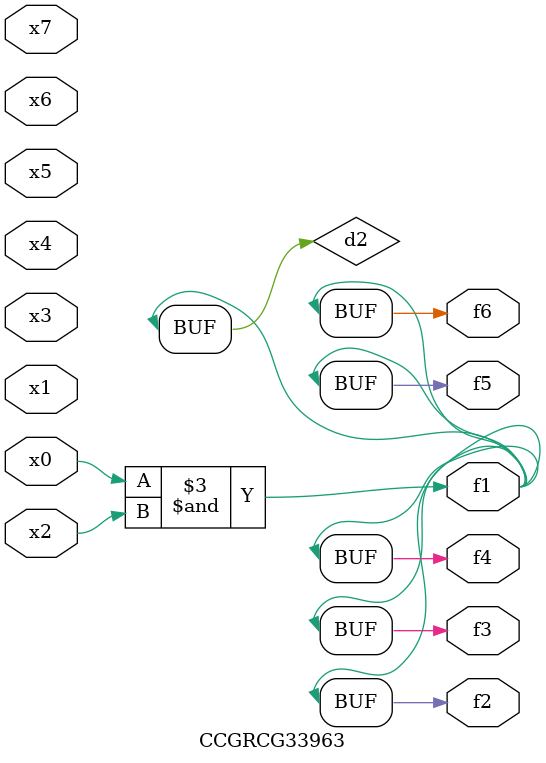
<source format=v>
module CCGRCG33963(
	input x0, x1, x2, x3, x4, x5, x6, x7,
	output f1, f2, f3, f4, f5, f6
);

	wire d1, d2;

	nor (d1, x3, x6);
	and (d2, x0, x2);
	assign f1 = d2;
	assign f2 = d2;
	assign f3 = d2;
	assign f4 = d2;
	assign f5 = d2;
	assign f6 = d2;
endmodule

</source>
